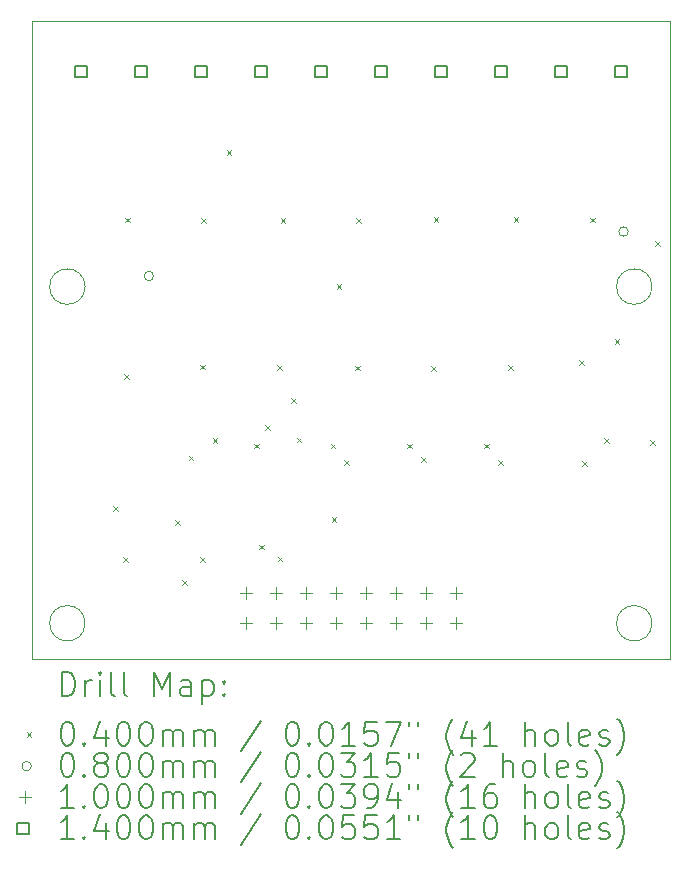
<source format=gbr>
%TF.GenerationSoftware,KiCad,Pcbnew,6.0.11+dfsg-1~bpo11+1*%
%TF.CreationDate,2023-07-05T16:16:49+02:00*%
%TF.ProjectId,din8rib21,64696e38-7269-4623-9231-2e6b69636164,1.1*%
%TF.SameCoordinates,Original*%
%TF.FileFunction,Drillmap*%
%TF.FilePolarity,Positive*%
%FSLAX45Y45*%
G04 Gerber Fmt 4.5, Leading zero omitted, Abs format (unit mm)*
G04 Created by KiCad (PCBNEW 6.0.11+dfsg-1~bpo11+1) date 2023-07-05 16:16:49*
%MOMM*%
%LPD*%
G01*
G04 APERTURE LIST*
%ADD10C,0.100000*%
%ADD11C,0.200000*%
%ADD12C,0.040000*%
%ADD13C,0.080000*%
%ADD14C,0.140000*%
G04 APERTURE END LIST*
D10*
X12850000Y-8850000D02*
G75*
G03*
X12850000Y-8850000I-150000J0D01*
G01*
X17650000Y-8850000D02*
G75*
G03*
X17650000Y-8850000I-150000J0D01*
G01*
X12850000Y-11700000D02*
G75*
G03*
X12850000Y-11700000I-150000J0D01*
G01*
X12400000Y-12000000D02*
X17800000Y-12000000D01*
X17800000Y-12000000D02*
X17800000Y-6600000D01*
X17800000Y-6600000D02*
X12400000Y-6600000D01*
X12400000Y-6600000D02*
X12400000Y-12000000D01*
X17650000Y-11700000D02*
G75*
G03*
X17650000Y-11700000I-150000J0D01*
G01*
D11*
D12*
X13089000Y-10708000D02*
X13129000Y-10748000D01*
X13129000Y-10708000D02*
X13089000Y-10748000D01*
X13173000Y-11142000D02*
X13213000Y-11182000D01*
X13213000Y-11142000D02*
X13173000Y-11182000D01*
X13184000Y-9589000D02*
X13224000Y-9629000D01*
X13224000Y-9589000D02*
X13184000Y-9629000D01*
X13190000Y-8267000D02*
X13230000Y-8307000D01*
X13230000Y-8267000D02*
X13190000Y-8307000D01*
X13610000Y-10827000D02*
X13650000Y-10867000D01*
X13650000Y-10827000D02*
X13610000Y-10867000D01*
X13674000Y-11333000D02*
X13714000Y-11373000D01*
X13714000Y-11333000D02*
X13674000Y-11373000D01*
X13727000Y-10282000D02*
X13767000Y-10322000D01*
X13767000Y-10282000D02*
X13727000Y-10322000D01*
X13824000Y-9510000D02*
X13864000Y-9550000D01*
X13864000Y-9510000D02*
X13824000Y-9550000D01*
X13824000Y-11142000D02*
X13864000Y-11182000D01*
X13864000Y-11142000D02*
X13824000Y-11182000D01*
X13834000Y-8268000D02*
X13874000Y-8308000D01*
X13874000Y-8268000D02*
X13834000Y-8308000D01*
X13930000Y-10130000D02*
X13970000Y-10170000D01*
X13970000Y-10130000D02*
X13930000Y-10170000D01*
X14050000Y-7694000D02*
X14090000Y-7734000D01*
X14090000Y-7694000D02*
X14050000Y-7734000D01*
X14280000Y-10180000D02*
X14320000Y-10220000D01*
X14320000Y-10180000D02*
X14280000Y-10220000D01*
X14323000Y-11034000D02*
X14363000Y-11074000D01*
X14363000Y-11034000D02*
X14323000Y-11074000D01*
X14377000Y-10024000D02*
X14417000Y-10064000D01*
X14417000Y-10024000D02*
X14377000Y-10064000D01*
X14479000Y-9516000D02*
X14519000Y-9556000D01*
X14519000Y-9516000D02*
X14479000Y-9556000D01*
X14480000Y-11135000D02*
X14520000Y-11175000D01*
X14520000Y-11135000D02*
X14480000Y-11175000D01*
X14505000Y-8268000D02*
X14545000Y-8308000D01*
X14545000Y-8268000D02*
X14505000Y-8308000D01*
X14596000Y-9797000D02*
X14636000Y-9837000D01*
X14636000Y-9797000D02*
X14596000Y-9837000D01*
X14641000Y-10128000D02*
X14681000Y-10168000D01*
X14681000Y-10128000D02*
X14641000Y-10168000D01*
X14930000Y-10180000D02*
X14970000Y-10220000D01*
X14970000Y-10180000D02*
X14930000Y-10220000D01*
X14937000Y-10804000D02*
X14977000Y-10844000D01*
X14977000Y-10804000D02*
X14937000Y-10844000D01*
X14980000Y-8830000D02*
X15020000Y-8870000D01*
X15020000Y-8830000D02*
X14980000Y-8870000D01*
X15042000Y-10322000D02*
X15082000Y-10362000D01*
X15082000Y-10322000D02*
X15042000Y-10362000D01*
X15138000Y-9518000D02*
X15178000Y-9558000D01*
X15178000Y-9518000D02*
X15138000Y-9558000D01*
X15147000Y-8268000D02*
X15187000Y-8308000D01*
X15187000Y-8268000D02*
X15147000Y-8308000D01*
X15580000Y-10180000D02*
X15620000Y-10220000D01*
X15620000Y-10180000D02*
X15580000Y-10220000D01*
X15698000Y-10291000D02*
X15738000Y-10331000D01*
X15738000Y-10291000D02*
X15698000Y-10331000D01*
X15778000Y-9524000D02*
X15818000Y-9564000D01*
X15818000Y-9524000D02*
X15778000Y-9564000D01*
X15801000Y-8264000D02*
X15841000Y-8304000D01*
X15841000Y-8264000D02*
X15801000Y-8304000D01*
X16230000Y-10180000D02*
X16270000Y-10220000D01*
X16270000Y-10180000D02*
X16230000Y-10220000D01*
X16346000Y-10319000D02*
X16386000Y-10359000D01*
X16386000Y-10319000D02*
X16346000Y-10359000D01*
X16433000Y-9512000D02*
X16473000Y-9552000D01*
X16473000Y-9512000D02*
X16433000Y-9552000D01*
X16478000Y-8264000D02*
X16518000Y-8304000D01*
X16518000Y-8264000D02*
X16478000Y-8304000D01*
X17032000Y-9470000D02*
X17072000Y-9510000D01*
X17072000Y-9470000D02*
X17032000Y-9510000D01*
X17056000Y-10327000D02*
X17096000Y-10367000D01*
X17096000Y-10327000D02*
X17056000Y-10367000D01*
X17129000Y-8265000D02*
X17169000Y-8305000D01*
X17169000Y-8265000D02*
X17129000Y-8305000D01*
X17245000Y-10130000D02*
X17285000Y-10170000D01*
X17285000Y-10130000D02*
X17245000Y-10170000D01*
X17334000Y-9297000D02*
X17374000Y-9337000D01*
X17374000Y-9297000D02*
X17334000Y-9337000D01*
X17637000Y-10147000D02*
X17677000Y-10187000D01*
X17677000Y-10147000D02*
X17637000Y-10187000D01*
X17679000Y-8463000D02*
X17719000Y-8503000D01*
X17719000Y-8463000D02*
X17679000Y-8503000D01*
D13*
X13430000Y-8760000D02*
G75*
G03*
X13430000Y-8760000I-40000J0D01*
G01*
X17449000Y-8384000D02*
G75*
G03*
X17449000Y-8384000I-40000J0D01*
G01*
D10*
X14211000Y-11394000D02*
X14211000Y-11494000D01*
X14161000Y-11444000D02*
X14261000Y-11444000D01*
X14211000Y-11648000D02*
X14211000Y-11748000D01*
X14161000Y-11698000D02*
X14261000Y-11698000D01*
X14465000Y-11394000D02*
X14465000Y-11494000D01*
X14415000Y-11444000D02*
X14515000Y-11444000D01*
X14465000Y-11648000D02*
X14465000Y-11748000D01*
X14415000Y-11698000D02*
X14515000Y-11698000D01*
X14719000Y-11394000D02*
X14719000Y-11494000D01*
X14669000Y-11444000D02*
X14769000Y-11444000D01*
X14719000Y-11648000D02*
X14719000Y-11748000D01*
X14669000Y-11698000D02*
X14769000Y-11698000D01*
X14973000Y-11394000D02*
X14973000Y-11494000D01*
X14923000Y-11444000D02*
X15023000Y-11444000D01*
X14973000Y-11648000D02*
X14973000Y-11748000D01*
X14923000Y-11698000D02*
X15023000Y-11698000D01*
X15227000Y-11394000D02*
X15227000Y-11494000D01*
X15177000Y-11444000D02*
X15277000Y-11444000D01*
X15227000Y-11648000D02*
X15227000Y-11748000D01*
X15177000Y-11698000D02*
X15277000Y-11698000D01*
X15481000Y-11394000D02*
X15481000Y-11494000D01*
X15431000Y-11444000D02*
X15531000Y-11444000D01*
X15481000Y-11648000D02*
X15481000Y-11748000D01*
X15431000Y-11698000D02*
X15531000Y-11698000D01*
X15735000Y-11394000D02*
X15735000Y-11494000D01*
X15685000Y-11444000D02*
X15785000Y-11444000D01*
X15735000Y-11648000D02*
X15735000Y-11748000D01*
X15685000Y-11698000D02*
X15785000Y-11698000D01*
X15989000Y-11394000D02*
X15989000Y-11494000D01*
X15939000Y-11444000D02*
X16039000Y-11444000D01*
X15989000Y-11648000D02*
X15989000Y-11748000D01*
X15939000Y-11698000D02*
X16039000Y-11698000D01*
D14*
X12863498Y-7077248D02*
X12863498Y-6978252D01*
X12764502Y-6978252D01*
X12764502Y-7077248D01*
X12863498Y-7077248D01*
X13371498Y-7077248D02*
X13371498Y-6978252D01*
X13272502Y-6978252D01*
X13272502Y-7077248D01*
X13371498Y-7077248D01*
X13879498Y-7077248D02*
X13879498Y-6978252D01*
X13780502Y-6978252D01*
X13780502Y-7077248D01*
X13879498Y-7077248D01*
X14387498Y-7077248D02*
X14387498Y-6978252D01*
X14288502Y-6978252D01*
X14288502Y-7077248D01*
X14387498Y-7077248D01*
X14895498Y-7077248D02*
X14895498Y-6978252D01*
X14796502Y-6978252D01*
X14796502Y-7077248D01*
X14895498Y-7077248D01*
X15403498Y-7077248D02*
X15403498Y-6978252D01*
X15304502Y-6978252D01*
X15304502Y-7077248D01*
X15403498Y-7077248D01*
X15911498Y-7077248D02*
X15911498Y-6978252D01*
X15812502Y-6978252D01*
X15812502Y-7077248D01*
X15911498Y-7077248D01*
X16419498Y-7077248D02*
X16419498Y-6978252D01*
X16320502Y-6978252D01*
X16320502Y-7077248D01*
X16419498Y-7077248D01*
X16927498Y-7077248D02*
X16927498Y-6978252D01*
X16828502Y-6978252D01*
X16828502Y-7077248D01*
X16927498Y-7077248D01*
X17435498Y-7077248D02*
X17435498Y-6978252D01*
X17336502Y-6978252D01*
X17336502Y-7077248D01*
X17435498Y-7077248D01*
D11*
X12652619Y-12315476D02*
X12652619Y-12115476D01*
X12700238Y-12115476D01*
X12728809Y-12125000D01*
X12747857Y-12144048D01*
X12757381Y-12163095D01*
X12766905Y-12201190D01*
X12766905Y-12229762D01*
X12757381Y-12267857D01*
X12747857Y-12286905D01*
X12728809Y-12305952D01*
X12700238Y-12315476D01*
X12652619Y-12315476D01*
X12852619Y-12315476D02*
X12852619Y-12182143D01*
X12852619Y-12220238D02*
X12862143Y-12201190D01*
X12871667Y-12191667D01*
X12890714Y-12182143D01*
X12909762Y-12182143D01*
X12976428Y-12315476D02*
X12976428Y-12182143D01*
X12976428Y-12115476D02*
X12966905Y-12125000D01*
X12976428Y-12134524D01*
X12985952Y-12125000D01*
X12976428Y-12115476D01*
X12976428Y-12134524D01*
X13100238Y-12315476D02*
X13081190Y-12305952D01*
X13071667Y-12286905D01*
X13071667Y-12115476D01*
X13205000Y-12315476D02*
X13185952Y-12305952D01*
X13176428Y-12286905D01*
X13176428Y-12115476D01*
X13433571Y-12315476D02*
X13433571Y-12115476D01*
X13500238Y-12258333D01*
X13566905Y-12115476D01*
X13566905Y-12315476D01*
X13747857Y-12315476D02*
X13747857Y-12210714D01*
X13738333Y-12191667D01*
X13719286Y-12182143D01*
X13681190Y-12182143D01*
X13662143Y-12191667D01*
X13747857Y-12305952D02*
X13728809Y-12315476D01*
X13681190Y-12315476D01*
X13662143Y-12305952D01*
X13652619Y-12286905D01*
X13652619Y-12267857D01*
X13662143Y-12248809D01*
X13681190Y-12239286D01*
X13728809Y-12239286D01*
X13747857Y-12229762D01*
X13843095Y-12182143D02*
X13843095Y-12382143D01*
X13843095Y-12191667D02*
X13862143Y-12182143D01*
X13900238Y-12182143D01*
X13919286Y-12191667D01*
X13928809Y-12201190D01*
X13938333Y-12220238D01*
X13938333Y-12277381D01*
X13928809Y-12296428D01*
X13919286Y-12305952D01*
X13900238Y-12315476D01*
X13862143Y-12315476D01*
X13843095Y-12305952D01*
X14024048Y-12296428D02*
X14033571Y-12305952D01*
X14024048Y-12315476D01*
X14014524Y-12305952D01*
X14024048Y-12296428D01*
X14024048Y-12315476D01*
X14024048Y-12191667D02*
X14033571Y-12201190D01*
X14024048Y-12210714D01*
X14014524Y-12201190D01*
X14024048Y-12191667D01*
X14024048Y-12210714D01*
D12*
X12355000Y-12625000D02*
X12395000Y-12665000D01*
X12395000Y-12625000D02*
X12355000Y-12665000D01*
D11*
X12690714Y-12535476D02*
X12709762Y-12535476D01*
X12728809Y-12545000D01*
X12738333Y-12554524D01*
X12747857Y-12573571D01*
X12757381Y-12611667D01*
X12757381Y-12659286D01*
X12747857Y-12697381D01*
X12738333Y-12716428D01*
X12728809Y-12725952D01*
X12709762Y-12735476D01*
X12690714Y-12735476D01*
X12671667Y-12725952D01*
X12662143Y-12716428D01*
X12652619Y-12697381D01*
X12643095Y-12659286D01*
X12643095Y-12611667D01*
X12652619Y-12573571D01*
X12662143Y-12554524D01*
X12671667Y-12545000D01*
X12690714Y-12535476D01*
X12843095Y-12716428D02*
X12852619Y-12725952D01*
X12843095Y-12735476D01*
X12833571Y-12725952D01*
X12843095Y-12716428D01*
X12843095Y-12735476D01*
X13024048Y-12602143D02*
X13024048Y-12735476D01*
X12976428Y-12525952D02*
X12928809Y-12668809D01*
X13052619Y-12668809D01*
X13166905Y-12535476D02*
X13185952Y-12535476D01*
X13205000Y-12545000D01*
X13214524Y-12554524D01*
X13224048Y-12573571D01*
X13233571Y-12611667D01*
X13233571Y-12659286D01*
X13224048Y-12697381D01*
X13214524Y-12716428D01*
X13205000Y-12725952D01*
X13185952Y-12735476D01*
X13166905Y-12735476D01*
X13147857Y-12725952D01*
X13138333Y-12716428D01*
X13128809Y-12697381D01*
X13119286Y-12659286D01*
X13119286Y-12611667D01*
X13128809Y-12573571D01*
X13138333Y-12554524D01*
X13147857Y-12545000D01*
X13166905Y-12535476D01*
X13357381Y-12535476D02*
X13376428Y-12535476D01*
X13395476Y-12545000D01*
X13405000Y-12554524D01*
X13414524Y-12573571D01*
X13424048Y-12611667D01*
X13424048Y-12659286D01*
X13414524Y-12697381D01*
X13405000Y-12716428D01*
X13395476Y-12725952D01*
X13376428Y-12735476D01*
X13357381Y-12735476D01*
X13338333Y-12725952D01*
X13328809Y-12716428D01*
X13319286Y-12697381D01*
X13309762Y-12659286D01*
X13309762Y-12611667D01*
X13319286Y-12573571D01*
X13328809Y-12554524D01*
X13338333Y-12545000D01*
X13357381Y-12535476D01*
X13509762Y-12735476D02*
X13509762Y-12602143D01*
X13509762Y-12621190D02*
X13519286Y-12611667D01*
X13538333Y-12602143D01*
X13566905Y-12602143D01*
X13585952Y-12611667D01*
X13595476Y-12630714D01*
X13595476Y-12735476D01*
X13595476Y-12630714D02*
X13605000Y-12611667D01*
X13624048Y-12602143D01*
X13652619Y-12602143D01*
X13671667Y-12611667D01*
X13681190Y-12630714D01*
X13681190Y-12735476D01*
X13776428Y-12735476D02*
X13776428Y-12602143D01*
X13776428Y-12621190D02*
X13785952Y-12611667D01*
X13805000Y-12602143D01*
X13833571Y-12602143D01*
X13852619Y-12611667D01*
X13862143Y-12630714D01*
X13862143Y-12735476D01*
X13862143Y-12630714D02*
X13871667Y-12611667D01*
X13890714Y-12602143D01*
X13919286Y-12602143D01*
X13938333Y-12611667D01*
X13947857Y-12630714D01*
X13947857Y-12735476D01*
X14338333Y-12525952D02*
X14166905Y-12783095D01*
X14595476Y-12535476D02*
X14614524Y-12535476D01*
X14633571Y-12545000D01*
X14643095Y-12554524D01*
X14652619Y-12573571D01*
X14662143Y-12611667D01*
X14662143Y-12659286D01*
X14652619Y-12697381D01*
X14643095Y-12716428D01*
X14633571Y-12725952D01*
X14614524Y-12735476D01*
X14595476Y-12735476D01*
X14576428Y-12725952D01*
X14566905Y-12716428D01*
X14557381Y-12697381D01*
X14547857Y-12659286D01*
X14547857Y-12611667D01*
X14557381Y-12573571D01*
X14566905Y-12554524D01*
X14576428Y-12545000D01*
X14595476Y-12535476D01*
X14747857Y-12716428D02*
X14757381Y-12725952D01*
X14747857Y-12735476D01*
X14738333Y-12725952D01*
X14747857Y-12716428D01*
X14747857Y-12735476D01*
X14881190Y-12535476D02*
X14900238Y-12535476D01*
X14919286Y-12545000D01*
X14928809Y-12554524D01*
X14938333Y-12573571D01*
X14947857Y-12611667D01*
X14947857Y-12659286D01*
X14938333Y-12697381D01*
X14928809Y-12716428D01*
X14919286Y-12725952D01*
X14900238Y-12735476D01*
X14881190Y-12735476D01*
X14862143Y-12725952D01*
X14852619Y-12716428D01*
X14843095Y-12697381D01*
X14833571Y-12659286D01*
X14833571Y-12611667D01*
X14843095Y-12573571D01*
X14852619Y-12554524D01*
X14862143Y-12545000D01*
X14881190Y-12535476D01*
X15138333Y-12735476D02*
X15024048Y-12735476D01*
X15081190Y-12735476D02*
X15081190Y-12535476D01*
X15062143Y-12564048D01*
X15043095Y-12583095D01*
X15024048Y-12592619D01*
X15319286Y-12535476D02*
X15224048Y-12535476D01*
X15214524Y-12630714D01*
X15224048Y-12621190D01*
X15243095Y-12611667D01*
X15290714Y-12611667D01*
X15309762Y-12621190D01*
X15319286Y-12630714D01*
X15328809Y-12649762D01*
X15328809Y-12697381D01*
X15319286Y-12716428D01*
X15309762Y-12725952D01*
X15290714Y-12735476D01*
X15243095Y-12735476D01*
X15224048Y-12725952D01*
X15214524Y-12716428D01*
X15395476Y-12535476D02*
X15528809Y-12535476D01*
X15443095Y-12735476D01*
X15595476Y-12535476D02*
X15595476Y-12573571D01*
X15671667Y-12535476D02*
X15671667Y-12573571D01*
X15966905Y-12811667D02*
X15957381Y-12802143D01*
X15938333Y-12773571D01*
X15928809Y-12754524D01*
X15919286Y-12725952D01*
X15909762Y-12678333D01*
X15909762Y-12640238D01*
X15919286Y-12592619D01*
X15928809Y-12564048D01*
X15938333Y-12545000D01*
X15957381Y-12516428D01*
X15966905Y-12506905D01*
X16128809Y-12602143D02*
X16128809Y-12735476D01*
X16081190Y-12525952D02*
X16033571Y-12668809D01*
X16157381Y-12668809D01*
X16338333Y-12735476D02*
X16224048Y-12735476D01*
X16281190Y-12735476D02*
X16281190Y-12535476D01*
X16262143Y-12564048D01*
X16243095Y-12583095D01*
X16224048Y-12592619D01*
X16576428Y-12735476D02*
X16576428Y-12535476D01*
X16662143Y-12735476D02*
X16662143Y-12630714D01*
X16652619Y-12611667D01*
X16633571Y-12602143D01*
X16605000Y-12602143D01*
X16585952Y-12611667D01*
X16576428Y-12621190D01*
X16785952Y-12735476D02*
X16766905Y-12725952D01*
X16757381Y-12716428D01*
X16747857Y-12697381D01*
X16747857Y-12640238D01*
X16757381Y-12621190D01*
X16766905Y-12611667D01*
X16785952Y-12602143D01*
X16814524Y-12602143D01*
X16833571Y-12611667D01*
X16843095Y-12621190D01*
X16852619Y-12640238D01*
X16852619Y-12697381D01*
X16843095Y-12716428D01*
X16833571Y-12725952D01*
X16814524Y-12735476D01*
X16785952Y-12735476D01*
X16966905Y-12735476D02*
X16947857Y-12725952D01*
X16938333Y-12706905D01*
X16938333Y-12535476D01*
X17119286Y-12725952D02*
X17100238Y-12735476D01*
X17062143Y-12735476D01*
X17043095Y-12725952D01*
X17033571Y-12706905D01*
X17033571Y-12630714D01*
X17043095Y-12611667D01*
X17062143Y-12602143D01*
X17100238Y-12602143D01*
X17119286Y-12611667D01*
X17128810Y-12630714D01*
X17128810Y-12649762D01*
X17033571Y-12668809D01*
X17205000Y-12725952D02*
X17224048Y-12735476D01*
X17262143Y-12735476D01*
X17281190Y-12725952D01*
X17290714Y-12706905D01*
X17290714Y-12697381D01*
X17281190Y-12678333D01*
X17262143Y-12668809D01*
X17233571Y-12668809D01*
X17214524Y-12659286D01*
X17205000Y-12640238D01*
X17205000Y-12630714D01*
X17214524Y-12611667D01*
X17233571Y-12602143D01*
X17262143Y-12602143D01*
X17281190Y-12611667D01*
X17357381Y-12811667D02*
X17366905Y-12802143D01*
X17385952Y-12773571D01*
X17395476Y-12754524D01*
X17405000Y-12725952D01*
X17414524Y-12678333D01*
X17414524Y-12640238D01*
X17405000Y-12592619D01*
X17395476Y-12564048D01*
X17385952Y-12545000D01*
X17366905Y-12516428D01*
X17357381Y-12506905D01*
D13*
X12395000Y-12909000D02*
G75*
G03*
X12395000Y-12909000I-40000J0D01*
G01*
D11*
X12690714Y-12799476D02*
X12709762Y-12799476D01*
X12728809Y-12809000D01*
X12738333Y-12818524D01*
X12747857Y-12837571D01*
X12757381Y-12875667D01*
X12757381Y-12923286D01*
X12747857Y-12961381D01*
X12738333Y-12980428D01*
X12728809Y-12989952D01*
X12709762Y-12999476D01*
X12690714Y-12999476D01*
X12671667Y-12989952D01*
X12662143Y-12980428D01*
X12652619Y-12961381D01*
X12643095Y-12923286D01*
X12643095Y-12875667D01*
X12652619Y-12837571D01*
X12662143Y-12818524D01*
X12671667Y-12809000D01*
X12690714Y-12799476D01*
X12843095Y-12980428D02*
X12852619Y-12989952D01*
X12843095Y-12999476D01*
X12833571Y-12989952D01*
X12843095Y-12980428D01*
X12843095Y-12999476D01*
X12966905Y-12885190D02*
X12947857Y-12875667D01*
X12938333Y-12866143D01*
X12928809Y-12847095D01*
X12928809Y-12837571D01*
X12938333Y-12818524D01*
X12947857Y-12809000D01*
X12966905Y-12799476D01*
X13005000Y-12799476D01*
X13024048Y-12809000D01*
X13033571Y-12818524D01*
X13043095Y-12837571D01*
X13043095Y-12847095D01*
X13033571Y-12866143D01*
X13024048Y-12875667D01*
X13005000Y-12885190D01*
X12966905Y-12885190D01*
X12947857Y-12894714D01*
X12938333Y-12904238D01*
X12928809Y-12923286D01*
X12928809Y-12961381D01*
X12938333Y-12980428D01*
X12947857Y-12989952D01*
X12966905Y-12999476D01*
X13005000Y-12999476D01*
X13024048Y-12989952D01*
X13033571Y-12980428D01*
X13043095Y-12961381D01*
X13043095Y-12923286D01*
X13033571Y-12904238D01*
X13024048Y-12894714D01*
X13005000Y-12885190D01*
X13166905Y-12799476D02*
X13185952Y-12799476D01*
X13205000Y-12809000D01*
X13214524Y-12818524D01*
X13224048Y-12837571D01*
X13233571Y-12875667D01*
X13233571Y-12923286D01*
X13224048Y-12961381D01*
X13214524Y-12980428D01*
X13205000Y-12989952D01*
X13185952Y-12999476D01*
X13166905Y-12999476D01*
X13147857Y-12989952D01*
X13138333Y-12980428D01*
X13128809Y-12961381D01*
X13119286Y-12923286D01*
X13119286Y-12875667D01*
X13128809Y-12837571D01*
X13138333Y-12818524D01*
X13147857Y-12809000D01*
X13166905Y-12799476D01*
X13357381Y-12799476D02*
X13376428Y-12799476D01*
X13395476Y-12809000D01*
X13405000Y-12818524D01*
X13414524Y-12837571D01*
X13424048Y-12875667D01*
X13424048Y-12923286D01*
X13414524Y-12961381D01*
X13405000Y-12980428D01*
X13395476Y-12989952D01*
X13376428Y-12999476D01*
X13357381Y-12999476D01*
X13338333Y-12989952D01*
X13328809Y-12980428D01*
X13319286Y-12961381D01*
X13309762Y-12923286D01*
X13309762Y-12875667D01*
X13319286Y-12837571D01*
X13328809Y-12818524D01*
X13338333Y-12809000D01*
X13357381Y-12799476D01*
X13509762Y-12999476D02*
X13509762Y-12866143D01*
X13509762Y-12885190D02*
X13519286Y-12875667D01*
X13538333Y-12866143D01*
X13566905Y-12866143D01*
X13585952Y-12875667D01*
X13595476Y-12894714D01*
X13595476Y-12999476D01*
X13595476Y-12894714D02*
X13605000Y-12875667D01*
X13624048Y-12866143D01*
X13652619Y-12866143D01*
X13671667Y-12875667D01*
X13681190Y-12894714D01*
X13681190Y-12999476D01*
X13776428Y-12999476D02*
X13776428Y-12866143D01*
X13776428Y-12885190D02*
X13785952Y-12875667D01*
X13805000Y-12866143D01*
X13833571Y-12866143D01*
X13852619Y-12875667D01*
X13862143Y-12894714D01*
X13862143Y-12999476D01*
X13862143Y-12894714D02*
X13871667Y-12875667D01*
X13890714Y-12866143D01*
X13919286Y-12866143D01*
X13938333Y-12875667D01*
X13947857Y-12894714D01*
X13947857Y-12999476D01*
X14338333Y-12789952D02*
X14166905Y-13047095D01*
X14595476Y-12799476D02*
X14614524Y-12799476D01*
X14633571Y-12809000D01*
X14643095Y-12818524D01*
X14652619Y-12837571D01*
X14662143Y-12875667D01*
X14662143Y-12923286D01*
X14652619Y-12961381D01*
X14643095Y-12980428D01*
X14633571Y-12989952D01*
X14614524Y-12999476D01*
X14595476Y-12999476D01*
X14576428Y-12989952D01*
X14566905Y-12980428D01*
X14557381Y-12961381D01*
X14547857Y-12923286D01*
X14547857Y-12875667D01*
X14557381Y-12837571D01*
X14566905Y-12818524D01*
X14576428Y-12809000D01*
X14595476Y-12799476D01*
X14747857Y-12980428D02*
X14757381Y-12989952D01*
X14747857Y-12999476D01*
X14738333Y-12989952D01*
X14747857Y-12980428D01*
X14747857Y-12999476D01*
X14881190Y-12799476D02*
X14900238Y-12799476D01*
X14919286Y-12809000D01*
X14928809Y-12818524D01*
X14938333Y-12837571D01*
X14947857Y-12875667D01*
X14947857Y-12923286D01*
X14938333Y-12961381D01*
X14928809Y-12980428D01*
X14919286Y-12989952D01*
X14900238Y-12999476D01*
X14881190Y-12999476D01*
X14862143Y-12989952D01*
X14852619Y-12980428D01*
X14843095Y-12961381D01*
X14833571Y-12923286D01*
X14833571Y-12875667D01*
X14843095Y-12837571D01*
X14852619Y-12818524D01*
X14862143Y-12809000D01*
X14881190Y-12799476D01*
X15014524Y-12799476D02*
X15138333Y-12799476D01*
X15071667Y-12875667D01*
X15100238Y-12875667D01*
X15119286Y-12885190D01*
X15128809Y-12894714D01*
X15138333Y-12913762D01*
X15138333Y-12961381D01*
X15128809Y-12980428D01*
X15119286Y-12989952D01*
X15100238Y-12999476D01*
X15043095Y-12999476D01*
X15024048Y-12989952D01*
X15014524Y-12980428D01*
X15328809Y-12999476D02*
X15214524Y-12999476D01*
X15271667Y-12999476D02*
X15271667Y-12799476D01*
X15252619Y-12828048D01*
X15233571Y-12847095D01*
X15214524Y-12856619D01*
X15509762Y-12799476D02*
X15414524Y-12799476D01*
X15405000Y-12894714D01*
X15414524Y-12885190D01*
X15433571Y-12875667D01*
X15481190Y-12875667D01*
X15500238Y-12885190D01*
X15509762Y-12894714D01*
X15519286Y-12913762D01*
X15519286Y-12961381D01*
X15509762Y-12980428D01*
X15500238Y-12989952D01*
X15481190Y-12999476D01*
X15433571Y-12999476D01*
X15414524Y-12989952D01*
X15405000Y-12980428D01*
X15595476Y-12799476D02*
X15595476Y-12837571D01*
X15671667Y-12799476D02*
X15671667Y-12837571D01*
X15966905Y-13075667D02*
X15957381Y-13066143D01*
X15938333Y-13037571D01*
X15928809Y-13018524D01*
X15919286Y-12989952D01*
X15909762Y-12942333D01*
X15909762Y-12904238D01*
X15919286Y-12856619D01*
X15928809Y-12828048D01*
X15938333Y-12809000D01*
X15957381Y-12780428D01*
X15966905Y-12770905D01*
X16033571Y-12818524D02*
X16043095Y-12809000D01*
X16062143Y-12799476D01*
X16109762Y-12799476D01*
X16128809Y-12809000D01*
X16138333Y-12818524D01*
X16147857Y-12837571D01*
X16147857Y-12856619D01*
X16138333Y-12885190D01*
X16024048Y-12999476D01*
X16147857Y-12999476D01*
X16385952Y-12999476D02*
X16385952Y-12799476D01*
X16471667Y-12999476D02*
X16471667Y-12894714D01*
X16462143Y-12875667D01*
X16443095Y-12866143D01*
X16414524Y-12866143D01*
X16395476Y-12875667D01*
X16385952Y-12885190D01*
X16595476Y-12999476D02*
X16576428Y-12989952D01*
X16566905Y-12980428D01*
X16557381Y-12961381D01*
X16557381Y-12904238D01*
X16566905Y-12885190D01*
X16576428Y-12875667D01*
X16595476Y-12866143D01*
X16624048Y-12866143D01*
X16643095Y-12875667D01*
X16652619Y-12885190D01*
X16662143Y-12904238D01*
X16662143Y-12961381D01*
X16652619Y-12980428D01*
X16643095Y-12989952D01*
X16624048Y-12999476D01*
X16595476Y-12999476D01*
X16776428Y-12999476D02*
X16757381Y-12989952D01*
X16747857Y-12970905D01*
X16747857Y-12799476D01*
X16928810Y-12989952D02*
X16909762Y-12999476D01*
X16871667Y-12999476D01*
X16852619Y-12989952D01*
X16843095Y-12970905D01*
X16843095Y-12894714D01*
X16852619Y-12875667D01*
X16871667Y-12866143D01*
X16909762Y-12866143D01*
X16928810Y-12875667D01*
X16938333Y-12894714D01*
X16938333Y-12913762D01*
X16843095Y-12932809D01*
X17014524Y-12989952D02*
X17033571Y-12999476D01*
X17071667Y-12999476D01*
X17090714Y-12989952D01*
X17100238Y-12970905D01*
X17100238Y-12961381D01*
X17090714Y-12942333D01*
X17071667Y-12932809D01*
X17043095Y-12932809D01*
X17024048Y-12923286D01*
X17014524Y-12904238D01*
X17014524Y-12894714D01*
X17024048Y-12875667D01*
X17043095Y-12866143D01*
X17071667Y-12866143D01*
X17090714Y-12875667D01*
X17166905Y-13075667D02*
X17176429Y-13066143D01*
X17195476Y-13037571D01*
X17205000Y-13018524D01*
X17214524Y-12989952D01*
X17224048Y-12942333D01*
X17224048Y-12904238D01*
X17214524Y-12856619D01*
X17205000Y-12828048D01*
X17195476Y-12809000D01*
X17176429Y-12780428D01*
X17166905Y-12770905D01*
D10*
X12345000Y-13123000D02*
X12345000Y-13223000D01*
X12295000Y-13173000D02*
X12395000Y-13173000D01*
D11*
X12757381Y-13263476D02*
X12643095Y-13263476D01*
X12700238Y-13263476D02*
X12700238Y-13063476D01*
X12681190Y-13092048D01*
X12662143Y-13111095D01*
X12643095Y-13120619D01*
X12843095Y-13244428D02*
X12852619Y-13253952D01*
X12843095Y-13263476D01*
X12833571Y-13253952D01*
X12843095Y-13244428D01*
X12843095Y-13263476D01*
X12976428Y-13063476D02*
X12995476Y-13063476D01*
X13014524Y-13073000D01*
X13024048Y-13082524D01*
X13033571Y-13101571D01*
X13043095Y-13139667D01*
X13043095Y-13187286D01*
X13033571Y-13225381D01*
X13024048Y-13244428D01*
X13014524Y-13253952D01*
X12995476Y-13263476D01*
X12976428Y-13263476D01*
X12957381Y-13253952D01*
X12947857Y-13244428D01*
X12938333Y-13225381D01*
X12928809Y-13187286D01*
X12928809Y-13139667D01*
X12938333Y-13101571D01*
X12947857Y-13082524D01*
X12957381Y-13073000D01*
X12976428Y-13063476D01*
X13166905Y-13063476D02*
X13185952Y-13063476D01*
X13205000Y-13073000D01*
X13214524Y-13082524D01*
X13224048Y-13101571D01*
X13233571Y-13139667D01*
X13233571Y-13187286D01*
X13224048Y-13225381D01*
X13214524Y-13244428D01*
X13205000Y-13253952D01*
X13185952Y-13263476D01*
X13166905Y-13263476D01*
X13147857Y-13253952D01*
X13138333Y-13244428D01*
X13128809Y-13225381D01*
X13119286Y-13187286D01*
X13119286Y-13139667D01*
X13128809Y-13101571D01*
X13138333Y-13082524D01*
X13147857Y-13073000D01*
X13166905Y-13063476D01*
X13357381Y-13063476D02*
X13376428Y-13063476D01*
X13395476Y-13073000D01*
X13405000Y-13082524D01*
X13414524Y-13101571D01*
X13424048Y-13139667D01*
X13424048Y-13187286D01*
X13414524Y-13225381D01*
X13405000Y-13244428D01*
X13395476Y-13253952D01*
X13376428Y-13263476D01*
X13357381Y-13263476D01*
X13338333Y-13253952D01*
X13328809Y-13244428D01*
X13319286Y-13225381D01*
X13309762Y-13187286D01*
X13309762Y-13139667D01*
X13319286Y-13101571D01*
X13328809Y-13082524D01*
X13338333Y-13073000D01*
X13357381Y-13063476D01*
X13509762Y-13263476D02*
X13509762Y-13130143D01*
X13509762Y-13149190D02*
X13519286Y-13139667D01*
X13538333Y-13130143D01*
X13566905Y-13130143D01*
X13585952Y-13139667D01*
X13595476Y-13158714D01*
X13595476Y-13263476D01*
X13595476Y-13158714D02*
X13605000Y-13139667D01*
X13624048Y-13130143D01*
X13652619Y-13130143D01*
X13671667Y-13139667D01*
X13681190Y-13158714D01*
X13681190Y-13263476D01*
X13776428Y-13263476D02*
X13776428Y-13130143D01*
X13776428Y-13149190D02*
X13785952Y-13139667D01*
X13805000Y-13130143D01*
X13833571Y-13130143D01*
X13852619Y-13139667D01*
X13862143Y-13158714D01*
X13862143Y-13263476D01*
X13862143Y-13158714D02*
X13871667Y-13139667D01*
X13890714Y-13130143D01*
X13919286Y-13130143D01*
X13938333Y-13139667D01*
X13947857Y-13158714D01*
X13947857Y-13263476D01*
X14338333Y-13053952D02*
X14166905Y-13311095D01*
X14595476Y-13063476D02*
X14614524Y-13063476D01*
X14633571Y-13073000D01*
X14643095Y-13082524D01*
X14652619Y-13101571D01*
X14662143Y-13139667D01*
X14662143Y-13187286D01*
X14652619Y-13225381D01*
X14643095Y-13244428D01*
X14633571Y-13253952D01*
X14614524Y-13263476D01*
X14595476Y-13263476D01*
X14576428Y-13253952D01*
X14566905Y-13244428D01*
X14557381Y-13225381D01*
X14547857Y-13187286D01*
X14547857Y-13139667D01*
X14557381Y-13101571D01*
X14566905Y-13082524D01*
X14576428Y-13073000D01*
X14595476Y-13063476D01*
X14747857Y-13244428D02*
X14757381Y-13253952D01*
X14747857Y-13263476D01*
X14738333Y-13253952D01*
X14747857Y-13244428D01*
X14747857Y-13263476D01*
X14881190Y-13063476D02*
X14900238Y-13063476D01*
X14919286Y-13073000D01*
X14928809Y-13082524D01*
X14938333Y-13101571D01*
X14947857Y-13139667D01*
X14947857Y-13187286D01*
X14938333Y-13225381D01*
X14928809Y-13244428D01*
X14919286Y-13253952D01*
X14900238Y-13263476D01*
X14881190Y-13263476D01*
X14862143Y-13253952D01*
X14852619Y-13244428D01*
X14843095Y-13225381D01*
X14833571Y-13187286D01*
X14833571Y-13139667D01*
X14843095Y-13101571D01*
X14852619Y-13082524D01*
X14862143Y-13073000D01*
X14881190Y-13063476D01*
X15014524Y-13063476D02*
X15138333Y-13063476D01*
X15071667Y-13139667D01*
X15100238Y-13139667D01*
X15119286Y-13149190D01*
X15128809Y-13158714D01*
X15138333Y-13177762D01*
X15138333Y-13225381D01*
X15128809Y-13244428D01*
X15119286Y-13253952D01*
X15100238Y-13263476D01*
X15043095Y-13263476D01*
X15024048Y-13253952D01*
X15014524Y-13244428D01*
X15233571Y-13263476D02*
X15271667Y-13263476D01*
X15290714Y-13253952D01*
X15300238Y-13244428D01*
X15319286Y-13215857D01*
X15328809Y-13177762D01*
X15328809Y-13101571D01*
X15319286Y-13082524D01*
X15309762Y-13073000D01*
X15290714Y-13063476D01*
X15252619Y-13063476D01*
X15233571Y-13073000D01*
X15224048Y-13082524D01*
X15214524Y-13101571D01*
X15214524Y-13149190D01*
X15224048Y-13168238D01*
X15233571Y-13177762D01*
X15252619Y-13187286D01*
X15290714Y-13187286D01*
X15309762Y-13177762D01*
X15319286Y-13168238D01*
X15328809Y-13149190D01*
X15500238Y-13130143D02*
X15500238Y-13263476D01*
X15452619Y-13053952D02*
X15405000Y-13196809D01*
X15528809Y-13196809D01*
X15595476Y-13063476D02*
X15595476Y-13101571D01*
X15671667Y-13063476D02*
X15671667Y-13101571D01*
X15966905Y-13339667D02*
X15957381Y-13330143D01*
X15938333Y-13301571D01*
X15928809Y-13282524D01*
X15919286Y-13253952D01*
X15909762Y-13206333D01*
X15909762Y-13168238D01*
X15919286Y-13120619D01*
X15928809Y-13092048D01*
X15938333Y-13073000D01*
X15957381Y-13044428D01*
X15966905Y-13034905D01*
X16147857Y-13263476D02*
X16033571Y-13263476D01*
X16090714Y-13263476D02*
X16090714Y-13063476D01*
X16071667Y-13092048D01*
X16052619Y-13111095D01*
X16033571Y-13120619D01*
X16319286Y-13063476D02*
X16281190Y-13063476D01*
X16262143Y-13073000D01*
X16252619Y-13082524D01*
X16233571Y-13111095D01*
X16224048Y-13149190D01*
X16224048Y-13225381D01*
X16233571Y-13244428D01*
X16243095Y-13253952D01*
X16262143Y-13263476D01*
X16300238Y-13263476D01*
X16319286Y-13253952D01*
X16328809Y-13244428D01*
X16338333Y-13225381D01*
X16338333Y-13177762D01*
X16328809Y-13158714D01*
X16319286Y-13149190D01*
X16300238Y-13139667D01*
X16262143Y-13139667D01*
X16243095Y-13149190D01*
X16233571Y-13158714D01*
X16224048Y-13177762D01*
X16576428Y-13263476D02*
X16576428Y-13063476D01*
X16662143Y-13263476D02*
X16662143Y-13158714D01*
X16652619Y-13139667D01*
X16633571Y-13130143D01*
X16605000Y-13130143D01*
X16585952Y-13139667D01*
X16576428Y-13149190D01*
X16785952Y-13263476D02*
X16766905Y-13253952D01*
X16757381Y-13244428D01*
X16747857Y-13225381D01*
X16747857Y-13168238D01*
X16757381Y-13149190D01*
X16766905Y-13139667D01*
X16785952Y-13130143D01*
X16814524Y-13130143D01*
X16833571Y-13139667D01*
X16843095Y-13149190D01*
X16852619Y-13168238D01*
X16852619Y-13225381D01*
X16843095Y-13244428D01*
X16833571Y-13253952D01*
X16814524Y-13263476D01*
X16785952Y-13263476D01*
X16966905Y-13263476D02*
X16947857Y-13253952D01*
X16938333Y-13234905D01*
X16938333Y-13063476D01*
X17119286Y-13253952D02*
X17100238Y-13263476D01*
X17062143Y-13263476D01*
X17043095Y-13253952D01*
X17033571Y-13234905D01*
X17033571Y-13158714D01*
X17043095Y-13139667D01*
X17062143Y-13130143D01*
X17100238Y-13130143D01*
X17119286Y-13139667D01*
X17128810Y-13158714D01*
X17128810Y-13177762D01*
X17033571Y-13196809D01*
X17205000Y-13253952D02*
X17224048Y-13263476D01*
X17262143Y-13263476D01*
X17281190Y-13253952D01*
X17290714Y-13234905D01*
X17290714Y-13225381D01*
X17281190Y-13206333D01*
X17262143Y-13196809D01*
X17233571Y-13196809D01*
X17214524Y-13187286D01*
X17205000Y-13168238D01*
X17205000Y-13158714D01*
X17214524Y-13139667D01*
X17233571Y-13130143D01*
X17262143Y-13130143D01*
X17281190Y-13139667D01*
X17357381Y-13339667D02*
X17366905Y-13330143D01*
X17385952Y-13301571D01*
X17395476Y-13282524D01*
X17405000Y-13253952D01*
X17414524Y-13206333D01*
X17414524Y-13168238D01*
X17405000Y-13120619D01*
X17395476Y-13092048D01*
X17385952Y-13073000D01*
X17366905Y-13044428D01*
X17357381Y-13034905D01*
D14*
X12374498Y-13486498D02*
X12374498Y-13387502D01*
X12275502Y-13387502D01*
X12275502Y-13486498D01*
X12374498Y-13486498D01*
D11*
X12757381Y-13527476D02*
X12643095Y-13527476D01*
X12700238Y-13527476D02*
X12700238Y-13327476D01*
X12681190Y-13356048D01*
X12662143Y-13375095D01*
X12643095Y-13384619D01*
X12843095Y-13508428D02*
X12852619Y-13517952D01*
X12843095Y-13527476D01*
X12833571Y-13517952D01*
X12843095Y-13508428D01*
X12843095Y-13527476D01*
X13024048Y-13394143D02*
X13024048Y-13527476D01*
X12976428Y-13317952D02*
X12928809Y-13460809D01*
X13052619Y-13460809D01*
X13166905Y-13327476D02*
X13185952Y-13327476D01*
X13205000Y-13337000D01*
X13214524Y-13346524D01*
X13224048Y-13365571D01*
X13233571Y-13403667D01*
X13233571Y-13451286D01*
X13224048Y-13489381D01*
X13214524Y-13508428D01*
X13205000Y-13517952D01*
X13185952Y-13527476D01*
X13166905Y-13527476D01*
X13147857Y-13517952D01*
X13138333Y-13508428D01*
X13128809Y-13489381D01*
X13119286Y-13451286D01*
X13119286Y-13403667D01*
X13128809Y-13365571D01*
X13138333Y-13346524D01*
X13147857Y-13337000D01*
X13166905Y-13327476D01*
X13357381Y-13327476D02*
X13376428Y-13327476D01*
X13395476Y-13337000D01*
X13405000Y-13346524D01*
X13414524Y-13365571D01*
X13424048Y-13403667D01*
X13424048Y-13451286D01*
X13414524Y-13489381D01*
X13405000Y-13508428D01*
X13395476Y-13517952D01*
X13376428Y-13527476D01*
X13357381Y-13527476D01*
X13338333Y-13517952D01*
X13328809Y-13508428D01*
X13319286Y-13489381D01*
X13309762Y-13451286D01*
X13309762Y-13403667D01*
X13319286Y-13365571D01*
X13328809Y-13346524D01*
X13338333Y-13337000D01*
X13357381Y-13327476D01*
X13509762Y-13527476D02*
X13509762Y-13394143D01*
X13509762Y-13413190D02*
X13519286Y-13403667D01*
X13538333Y-13394143D01*
X13566905Y-13394143D01*
X13585952Y-13403667D01*
X13595476Y-13422714D01*
X13595476Y-13527476D01*
X13595476Y-13422714D02*
X13605000Y-13403667D01*
X13624048Y-13394143D01*
X13652619Y-13394143D01*
X13671667Y-13403667D01*
X13681190Y-13422714D01*
X13681190Y-13527476D01*
X13776428Y-13527476D02*
X13776428Y-13394143D01*
X13776428Y-13413190D02*
X13785952Y-13403667D01*
X13805000Y-13394143D01*
X13833571Y-13394143D01*
X13852619Y-13403667D01*
X13862143Y-13422714D01*
X13862143Y-13527476D01*
X13862143Y-13422714D02*
X13871667Y-13403667D01*
X13890714Y-13394143D01*
X13919286Y-13394143D01*
X13938333Y-13403667D01*
X13947857Y-13422714D01*
X13947857Y-13527476D01*
X14338333Y-13317952D02*
X14166905Y-13575095D01*
X14595476Y-13327476D02*
X14614524Y-13327476D01*
X14633571Y-13337000D01*
X14643095Y-13346524D01*
X14652619Y-13365571D01*
X14662143Y-13403667D01*
X14662143Y-13451286D01*
X14652619Y-13489381D01*
X14643095Y-13508428D01*
X14633571Y-13517952D01*
X14614524Y-13527476D01*
X14595476Y-13527476D01*
X14576428Y-13517952D01*
X14566905Y-13508428D01*
X14557381Y-13489381D01*
X14547857Y-13451286D01*
X14547857Y-13403667D01*
X14557381Y-13365571D01*
X14566905Y-13346524D01*
X14576428Y-13337000D01*
X14595476Y-13327476D01*
X14747857Y-13508428D02*
X14757381Y-13517952D01*
X14747857Y-13527476D01*
X14738333Y-13517952D01*
X14747857Y-13508428D01*
X14747857Y-13527476D01*
X14881190Y-13327476D02*
X14900238Y-13327476D01*
X14919286Y-13337000D01*
X14928809Y-13346524D01*
X14938333Y-13365571D01*
X14947857Y-13403667D01*
X14947857Y-13451286D01*
X14938333Y-13489381D01*
X14928809Y-13508428D01*
X14919286Y-13517952D01*
X14900238Y-13527476D01*
X14881190Y-13527476D01*
X14862143Y-13517952D01*
X14852619Y-13508428D01*
X14843095Y-13489381D01*
X14833571Y-13451286D01*
X14833571Y-13403667D01*
X14843095Y-13365571D01*
X14852619Y-13346524D01*
X14862143Y-13337000D01*
X14881190Y-13327476D01*
X15128809Y-13327476D02*
X15033571Y-13327476D01*
X15024048Y-13422714D01*
X15033571Y-13413190D01*
X15052619Y-13403667D01*
X15100238Y-13403667D01*
X15119286Y-13413190D01*
X15128809Y-13422714D01*
X15138333Y-13441762D01*
X15138333Y-13489381D01*
X15128809Y-13508428D01*
X15119286Y-13517952D01*
X15100238Y-13527476D01*
X15052619Y-13527476D01*
X15033571Y-13517952D01*
X15024048Y-13508428D01*
X15319286Y-13327476D02*
X15224048Y-13327476D01*
X15214524Y-13422714D01*
X15224048Y-13413190D01*
X15243095Y-13403667D01*
X15290714Y-13403667D01*
X15309762Y-13413190D01*
X15319286Y-13422714D01*
X15328809Y-13441762D01*
X15328809Y-13489381D01*
X15319286Y-13508428D01*
X15309762Y-13517952D01*
X15290714Y-13527476D01*
X15243095Y-13527476D01*
X15224048Y-13517952D01*
X15214524Y-13508428D01*
X15519286Y-13527476D02*
X15405000Y-13527476D01*
X15462143Y-13527476D02*
X15462143Y-13327476D01*
X15443095Y-13356048D01*
X15424048Y-13375095D01*
X15405000Y-13384619D01*
X15595476Y-13327476D02*
X15595476Y-13365571D01*
X15671667Y-13327476D02*
X15671667Y-13365571D01*
X15966905Y-13603667D02*
X15957381Y-13594143D01*
X15938333Y-13565571D01*
X15928809Y-13546524D01*
X15919286Y-13517952D01*
X15909762Y-13470333D01*
X15909762Y-13432238D01*
X15919286Y-13384619D01*
X15928809Y-13356048D01*
X15938333Y-13337000D01*
X15957381Y-13308428D01*
X15966905Y-13298905D01*
X16147857Y-13527476D02*
X16033571Y-13527476D01*
X16090714Y-13527476D02*
X16090714Y-13327476D01*
X16071667Y-13356048D01*
X16052619Y-13375095D01*
X16033571Y-13384619D01*
X16271667Y-13327476D02*
X16290714Y-13327476D01*
X16309762Y-13337000D01*
X16319286Y-13346524D01*
X16328809Y-13365571D01*
X16338333Y-13403667D01*
X16338333Y-13451286D01*
X16328809Y-13489381D01*
X16319286Y-13508428D01*
X16309762Y-13517952D01*
X16290714Y-13527476D01*
X16271667Y-13527476D01*
X16252619Y-13517952D01*
X16243095Y-13508428D01*
X16233571Y-13489381D01*
X16224048Y-13451286D01*
X16224048Y-13403667D01*
X16233571Y-13365571D01*
X16243095Y-13346524D01*
X16252619Y-13337000D01*
X16271667Y-13327476D01*
X16576428Y-13527476D02*
X16576428Y-13327476D01*
X16662143Y-13527476D02*
X16662143Y-13422714D01*
X16652619Y-13403667D01*
X16633571Y-13394143D01*
X16605000Y-13394143D01*
X16585952Y-13403667D01*
X16576428Y-13413190D01*
X16785952Y-13527476D02*
X16766905Y-13517952D01*
X16757381Y-13508428D01*
X16747857Y-13489381D01*
X16747857Y-13432238D01*
X16757381Y-13413190D01*
X16766905Y-13403667D01*
X16785952Y-13394143D01*
X16814524Y-13394143D01*
X16833571Y-13403667D01*
X16843095Y-13413190D01*
X16852619Y-13432238D01*
X16852619Y-13489381D01*
X16843095Y-13508428D01*
X16833571Y-13517952D01*
X16814524Y-13527476D01*
X16785952Y-13527476D01*
X16966905Y-13527476D02*
X16947857Y-13517952D01*
X16938333Y-13498905D01*
X16938333Y-13327476D01*
X17119286Y-13517952D02*
X17100238Y-13527476D01*
X17062143Y-13527476D01*
X17043095Y-13517952D01*
X17033571Y-13498905D01*
X17033571Y-13422714D01*
X17043095Y-13403667D01*
X17062143Y-13394143D01*
X17100238Y-13394143D01*
X17119286Y-13403667D01*
X17128810Y-13422714D01*
X17128810Y-13441762D01*
X17033571Y-13460809D01*
X17205000Y-13517952D02*
X17224048Y-13527476D01*
X17262143Y-13527476D01*
X17281190Y-13517952D01*
X17290714Y-13498905D01*
X17290714Y-13489381D01*
X17281190Y-13470333D01*
X17262143Y-13460809D01*
X17233571Y-13460809D01*
X17214524Y-13451286D01*
X17205000Y-13432238D01*
X17205000Y-13422714D01*
X17214524Y-13403667D01*
X17233571Y-13394143D01*
X17262143Y-13394143D01*
X17281190Y-13403667D01*
X17357381Y-13603667D02*
X17366905Y-13594143D01*
X17385952Y-13565571D01*
X17395476Y-13546524D01*
X17405000Y-13517952D01*
X17414524Y-13470333D01*
X17414524Y-13432238D01*
X17405000Y-13384619D01*
X17395476Y-13356048D01*
X17385952Y-13337000D01*
X17366905Y-13308428D01*
X17357381Y-13298905D01*
M02*

</source>
